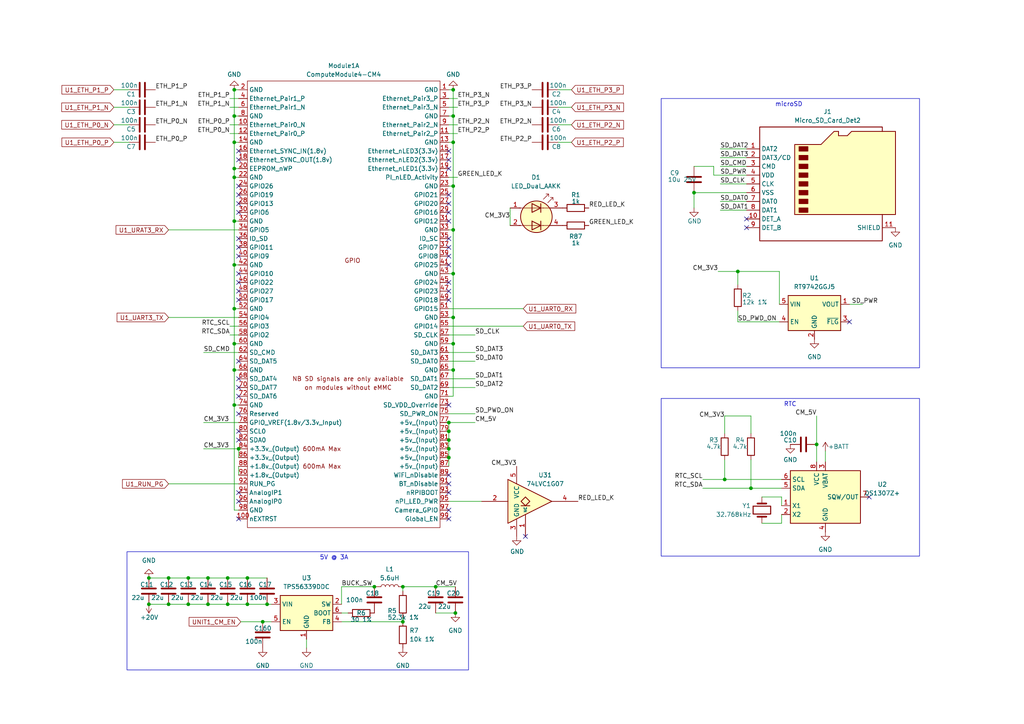
<source format=kicad_sch>
(kicad_sch (version 20231120) (generator "eeschema") (generator_version "8.0")
  (paper "A4")
  (junction (at 69.215 130.175))
  (junction (at 60.325 175.26))
  (junction (at 66.04 167.64))
  (junction (at 67.945 107.315))
  (junction (at 130.175 122.555))
  (junction (at 236.855 128.905))
  (junction (at 43.18 175.26))
  (junction (at 67.945 33.655))
  (junction (at 130.175 127.635))
  (junction (at 126.365 170.18))
  (junction (at 54.61 175.26))
  (junction (at 132.08 177.8))
  (junction (at 131.445 107.315))
  (junction (at 201.295 55.88))
  (junction (at 60.325 167.64))
  (junction (at 67.945 64.135))
  (junction (at 108.585 170.18))
  (junction (at 131.445 53.975))
  (junction (at 131.445 66.675))
  (junction (at 131.445 79.375))
  (junction (at 77.47 175.26))
  (junction (at 217.805 141.605))
  (junction (at 67.945 26.035))
  (junction (at 71.755 175.26))
  (junction (at 131.445 99.695))
  (junction (at 130.175 130.175))
  (junction (at 116.84 180.34))
  (junction (at 130.175 125.095))
  (junction (at 67.945 48.895))
  (junction (at 54.61 167.64))
  (junction (at 66.04 175.26))
  (junction (at 67.945 89.535))
  (junction (at 67.945 41.275))
  (junction (at 131.445 41.275))
  (junction (at 213.995 78.74))
  (junction (at 67.945 51.435))
  (junction (at 67.945 99.695))
  (junction (at 48.895 175.26))
  (junction (at 76.2 180.34))
  (junction (at 131.445 33.655))
  (junction (at 116.84 170.18))
  (junction (at 130.175 132.715))
  (junction (at 71.755 167.64))
  (junction (at 131.445 92.075))
  (junction (at 210.185 139.065))
  (junction (at 43.18 167.64))
  (junction (at 67.945 117.475))
  (junction (at 48.895 167.64))
  (junction (at 67.945 76.835))
  (junction (at 131.445 26.035))
  (no_connect (at 252.095 144.145))
  (no_connect (at 69.215 84.455))
  (no_connect (at 130.175 56.515))
  (no_connect (at 69.215 127.635))
  (no_connect (at 69.215 81.915))
  (no_connect (at 130.175 142.875))
  (no_connect (at 69.215 104.775))
  (no_connect (at 130.175 137.795))
  (no_connect (at 130.175 117.475))
  (no_connect (at 69.215 114.935))
  (no_connect (at 246.38 93.345))
  (no_connect (at 69.215 61.595))
  (no_connect (at 69.215 69.215))
  (no_connect (at 152.4 155.575))
  (no_connect (at 130.175 150.495))
  (no_connect (at 130.175 61.595))
  (no_connect (at 69.215 112.395))
  (no_connect (at 130.175 43.815))
  (no_connect (at 69.215 59.055))
  (no_connect (at 130.175 71.755))
  (no_connect (at 69.215 109.855))
  (no_connect (at 130.175 46.355))
  (no_connect (at 69.215 43.815))
  (no_connect (at 130.175 64.135))
  (no_connect (at 130.175 76.835))
  (no_connect (at 130.175 86.995))
  (no_connect (at 130.175 147.955))
  (no_connect (at 69.215 53.975))
  (no_connect (at 69.215 79.375))
  (no_connect (at 130.175 84.455))
  (no_connect (at 69.215 71.755))
  (no_connect (at 69.215 120.015))
  (no_connect (at 69.215 46.355))
  (no_connect (at 69.215 125.095))
  (no_connect (at 130.175 59.055))
  (no_connect (at 130.175 81.915))
  (no_connect (at 216.535 66.04))
  (no_connect (at 69.215 86.995))
  (no_connect (at 130.175 69.215))
  (no_connect (at 69.215 150.495))
  (no_connect (at 69.215 74.295))
  (no_connect (at 69.215 56.515))
  (no_connect (at 69.215 142.875))
  (no_connect (at 130.175 140.335))
  (no_connect (at 216.535 63.5))
  (no_connect (at 130.175 74.295))
  (no_connect (at 130.175 48.895))
  (no_connect (at 69.215 145.415))
  (wire (pts (xy 137.795 104.775) (xy 130.175 104.775)))
  (wire (pts (xy 208.915 60.96) (xy 216.535 60.96)))
  (wire (pts (xy 67.945 76.835) (xy 67.945 89.535)))
  (wire (pts (xy 67.945 51.435) (xy 67.945 64.135)))
  (wire (pts (xy 69.215 130.175) (xy 69.215 132.715)))
  (wire (pts (xy 67.945 117.475) (xy 67.945 147.955)))
  (wire (pts (xy 161.925 36.195) (xy 165.735 36.195)))
  (wire (pts (xy 131.445 79.375) (xy 131.445 66.675)))
  (wire (pts (xy 132.715 36.195) (xy 130.175 36.195)))
  (wire (pts (xy 132.715 38.735) (xy 130.175 38.735)))
  (wire (pts (xy 137.795 120.015) (xy 130.175 120.015)))
  (wire (pts (xy 213.995 78.74) (xy 226.06 78.74)))
  (wire (pts (xy 60.325 175.26) (xy 66.04 175.26)))
  (wire (pts (xy 67.945 89.535) (xy 67.945 99.695)))
  (wire (pts (xy 210.185 139.065) (xy 226.695 139.065)))
  (wire (pts (xy 130.175 127.635) (xy 130.175 130.175)))
  (wire (pts (xy 207.01 48.26) (xy 207.01 50.8)))
  (wire (pts (xy 126.365 170.18) (xy 132.08 170.18)))
  (wire (pts (xy 201.295 48.26) (xy 207.01 48.26)))
  (wire (pts (xy 131.445 114.935) (xy 131.445 107.315)))
  (wire (pts (xy 130.175 132.715) (xy 130.175 135.255)))
  (wire (pts (xy 161.925 31.115) (xy 165.735 31.115)))
  (wire (pts (xy 217.805 120.65) (xy 217.805 125.73)))
  (wire (pts (xy 54.61 167.64) (xy 60.325 167.64)))
  (wire (pts (xy 137.795 112.395) (xy 130.175 112.395)))
  (wire (pts (xy 76.2 180.34) (xy 78.74 180.34)))
  (wire (pts (xy 130.175 51.435) (xy 132.715 51.435)))
  (wire (pts (xy 99.06 170.18) (xy 99.06 175.26)))
  (wire (pts (xy 217.805 141.605) (xy 226.695 141.605)))
  (wire (pts (xy 208.915 43.18) (xy 216.535 43.18)))
  (wire (pts (xy 99.06 170.18) (xy 108.585 170.18)))
  (wire (pts (xy 131.445 99.695) (xy 131.445 92.075)))
  (wire (pts (xy 67.945 76.835) (xy 69.215 76.835)))
  (wire (pts (xy 116.84 170.18) (xy 126.365 170.18)))
  (wire (pts (xy 130.175 114.935) (xy 131.445 114.935)))
  (wire (pts (xy 207.01 50.8) (xy 216.535 50.8)))
  (wire (pts (xy 131.445 26.035) (xy 130.175 26.035)))
  (wire (pts (xy 208.915 53.34) (xy 216.535 53.34)))
  (wire (pts (xy 130.175 107.315) (xy 131.445 107.315)))
  (wire (pts (xy 69.215 89.535) (xy 67.945 89.535)))
  (wire (pts (xy 77.47 175.26) (xy 78.74 175.26)))
  (wire (pts (xy 130.175 89.535) (xy 151.765 89.535)))
  (wire (pts (xy 226.695 149.225) (xy 226.695 151.765)))
  (wire (pts (xy 130.175 145.415) (xy 139.7 145.415)))
  (wire (pts (xy 108.585 170.18) (xy 109.22 170.18)))
  (wire (pts (xy 246.38 88.265) (xy 250.19 88.265)))
  (wire (pts (xy 66.675 94.615) (xy 69.215 94.615)))
  (wire (pts (xy 69.85 180.34) (xy 76.2 180.34)))
  (wire (pts (xy 130.175 33.655) (xy 131.445 33.655)))
  (wire (pts (xy 130.175 53.975) (xy 131.445 53.975)))
  (wire (pts (xy 210.185 120.65) (xy 217.805 120.65)))
  (wire (pts (xy 161.925 26.035) (xy 165.735 26.035)))
  (wire (pts (xy 130.175 122.555) (xy 137.795 122.555)))
  (wire (pts (xy 213.995 90.17) (xy 213.995 93.345)))
  (wire (pts (xy 67.945 107.315) (xy 69.215 107.315)))
  (wire (pts (xy 67.945 48.895) (xy 69.215 48.895)))
  (wire (pts (xy 71.755 175.26) (xy 77.47 175.26)))
  (wire (pts (xy 33.02 41.275) (xy 37.465 41.275)))
  (wire (pts (xy 66.675 38.735) (xy 69.215 38.735)))
  (wire (pts (xy 67.945 64.135) (xy 67.945 76.835)))
  (wire (pts (xy 203.835 141.605) (xy 217.805 141.605)))
  (wire (pts (xy 43.18 167.64) (xy 48.895 167.64)))
  (wire (pts (xy 33.02 31.115) (xy 37.465 31.115)))
  (wire (pts (xy 201.295 55.88) (xy 216.535 55.88)))
  (wire (pts (xy 130.175 99.695) (xy 131.445 99.695)))
  (wire (pts (xy 67.945 117.475) (xy 69.215 117.475)))
  (wire (pts (xy 208.915 58.42) (xy 216.535 58.42)))
  (wire (pts (xy 137.795 109.855) (xy 130.175 109.855)))
  (wire (pts (xy 131.445 92.075) (xy 131.445 79.375)))
  (wire (pts (xy 66.675 97.155) (xy 69.215 97.155)))
  (wire (pts (xy 88.9 187.96) (xy 88.9 185.42)))
  (wire (pts (xy 226.695 151.765) (xy 220.98 151.765)))
  (wire (pts (xy 48.895 140.335) (xy 69.215 140.335)))
  (wire (pts (xy 201.295 60.325) (xy 201.295 55.88)))
  (wire (pts (xy 67.945 147.955) (xy 69.215 147.955)))
  (wire (pts (xy 131.445 66.675) (xy 131.445 53.975)))
  (wire (pts (xy 59.055 102.235) (xy 69.215 102.235)))
  (wire (pts (xy 161.925 41.275) (xy 165.735 41.275)))
  (wire (pts (xy 137.795 102.235) (xy 130.175 102.235)))
  (wire (pts (xy 203.835 139.065) (xy 210.185 139.065)))
  (wire (pts (xy 67.945 99.695) (xy 67.945 107.315)))
  (wire (pts (xy 66.04 167.64) (xy 71.755 167.64)))
  (wire (pts (xy 67.945 33.655) (xy 69.215 33.655)))
  (wire (pts (xy 131.445 107.315) (xy 131.445 99.695)))
  (wire (pts (xy 130.175 92.075) (xy 131.445 92.075)))
  (wire (pts (xy 33.02 36.195) (xy 37.465 36.195)))
  (wire (pts (xy 59.055 130.175) (xy 69.215 130.175)))
  (wire (pts (xy 67.945 33.655) (xy 67.945 41.275)))
  (wire (pts (xy 48.895 167.64) (xy 54.61 167.64)))
  (wire (pts (xy 99.06 180.34) (xy 116.84 180.34)))
  (wire (pts (xy 67.945 48.895) (xy 67.945 51.435)))
  (wire (pts (xy 116.84 171.45) (xy 116.84 170.18)))
  (wire (pts (xy 69.215 135.255) (xy 69.215 137.795)))
  (wire (pts (xy 67.945 26.035) (xy 67.945 33.655)))
  (wire (pts (xy 69.215 41.275) (xy 67.945 41.275)))
  (wire (pts (xy 130.175 125.095) (xy 130.175 127.635)))
  (wire (pts (xy 67.945 51.435) (xy 69.215 51.435)))
  (wire (pts (xy 213.995 78.74) (xy 213.995 82.55)))
  (wire (pts (xy 67.945 64.135) (xy 69.215 64.135)))
  (wire (pts (xy 132.715 28.575) (xy 130.175 28.575)))
  (wire (pts (xy 66.04 175.26) (xy 71.755 175.26)))
  (wire (pts (xy 217.805 133.35) (xy 217.805 141.605)))
  (wire (pts (xy 67.945 99.695) (xy 69.215 99.695)))
  (wire (pts (xy 130.175 66.675) (xy 131.445 66.675)))
  (wire (pts (xy 67.945 107.315) (xy 67.945 117.475)))
  (wire (pts (xy 43.18 175.26) (xy 48.895 175.26)))
  (wire (pts (xy 130.175 41.275) (xy 131.445 41.275)))
  (wire (pts (xy 208.915 45.72) (xy 216.535 45.72)))
  (wire (pts (xy 131.445 33.655) (xy 131.445 26.035)))
  (wire (pts (xy 137.795 97.155) (xy 130.175 97.155)))
  (wire (pts (xy 48.895 92.075) (xy 69.215 92.075)))
  (wire (pts (xy 131.445 41.275) (xy 131.445 33.655)))
  (wire (pts (xy 226.695 144.145) (xy 226.695 146.685)))
  (wire (pts (xy 131.445 53.975) (xy 131.445 41.275)))
  (wire (pts (xy 226.06 78.74) (xy 226.06 88.265)))
  (wire (pts (xy 59.055 122.555) (xy 69.215 122.555)))
  (wire (pts (xy 66.675 31.115) (xy 69.215 31.115)))
  (wire (pts (xy 130.175 79.375) (xy 131.445 79.375)))
  (wire (pts (xy 33.02 26.035) (xy 37.465 26.035)))
  (wire (pts (xy 208.915 48.26) (xy 216.535 48.26)))
  (wire (pts (xy 66.675 36.195) (xy 69.215 36.195)))
  (wire (pts (xy 147.955 60.325) (xy 147.955 65.405)))
  (wire (pts (xy 130.175 122.555) (xy 130.175 125.095)))
  (wire (pts (xy 116.84 180.34) (xy 116.84 179.07)))
  (wire (pts (xy 100.965 177.8) (xy 99.06 177.8)))
  (wire (pts (xy 69.215 26.035) (xy 67.945 26.035)))
  (wire (pts (xy 213.995 93.345) (xy 226.06 93.345)))
  (wire (pts (xy 130.175 130.175) (xy 130.175 132.715)))
  (wire (pts (xy 132.715 31.115) (xy 130.175 31.115)))
  (wire (pts (xy 60.325 167.64) (xy 66.04 167.64)))
  (wire (pts (xy 66.675 28.575) (xy 69.215 28.575)))
  (wire (pts (xy 220.98 144.145) (xy 226.695 144.145)))
  (wire (pts (xy 71.755 167.64) (xy 77.47 167.64)))
  (wire (pts (xy 54.61 175.26) (xy 60.325 175.26)))
  (wire (pts (xy 210.185 125.73) (xy 210.185 120.65)))
  (wire (pts (xy 130.175 94.615) (xy 151.765 94.615)))
  (wire (pts (xy 67.945 41.275) (xy 67.945 48.895)))
  (wire (pts (xy 126.365 177.8) (xy 132.08 177.8)))
  (wire (pts (xy 236.855 128.905) (xy 236.855 133.985)))
  (wire (pts (xy 239.395 130.81) (xy 239.395 133.985)))
  (wire (pts (xy 48.895 175.26) (xy 54.61 175.26)))
  (wire (pts (xy 210.185 133.35) (xy 210.185 139.065)))
  (wire (pts (xy 208.28 78.74) (xy 213.995 78.74)))
  (wire (pts (xy 48.895 66.675) (xy 69.215 66.675)))
  (wire (pts (xy 236.855 120.65) (xy 236.855 128.905)))
  (rectangle (start 191.77 28.575) (end 266.7 106.68))
  (rectangle (start 191.77 115.57) (end 266.7 161.29))
  (rectangle (start 36.83 160.02) (end 135.89 194.31))
  (text "5V @ 3A " (at 92.71 162.56 0) (effects (font (size 1.27 1.27)) (justify left bottom)))
  (text "RTC" (at 227.33 118.11 0) (effects (font (size 1.27 1.27)) (justify left bottom)))
  (text "microSD" (at 224.79 31.115 0) (effects (font (size 1.27 1.27)) (justify left bottom)))
  (label "ETH_P2_P" (at 132.715 38.735 0))
  (label "ETH_P3_P" (at 132.715 31.115 0))
  (label "CM_3V3" (at 208.28 78.74 180))
  (label "ETH_P3_P" (at 154.305 26.035 180))
  (label "CM_5V" (at 126.365 170.18 0))
  (label "CM_3V3" (at 147.955 63.5 180))
  (label "SD_DAT2" (at 208.915 43.18 0))
  (label "CM_5V" (at 236.855 120.65 180))
  (label "SD_PWR" (at 247.015 88.265 0))
  (label "ETH_P0_N" (at 66.675 38.735 180))
  (label "SD_CMD" (at 59.055 102.235 0))
  (label "SD_DAT0" (at 208.915 58.42 0))
  (label "SD_DAT3" (at 137.795 102.235 0))
  (label "RTC_SCL" (at 66.675 94.615 180))
  (label "RTC_SCL" (at 203.835 139.065 180))
  (label "CM_3V3" (at 59.055 122.555 0))
  (label "ETH_P0_P" (at 45.085 41.275 0))
  (label "SD_DAT1" (at 137.795 109.855 0))
  (label "SD_DAT0" (at 137.795 104.775 0))
  (label "SD_PWD_ON" (at 137.795 120.015 0))
  (label "SD_PWD_ON" (at 213.995 93.345 0))
  (label "ETH_P2_P" (at 154.305 41.275 180))
  (label "ETH_P1_N" (at 45.085 31.115 0))
  (label "GREEN_LED_K" (at 132.715 51.435 0))
  (label "ETH_P0_N" (at 45.085 36.195 0))
  (label "RTC_SDA" (at 203.835 141.605 180))
  (label "GREEN_LED_K" (at 170.815 65.405 0))
  (label "RED_LED_K" (at 167.64 145.415 0))
  (label "ETH_P2_N" (at 132.715 36.195 0))
  (label "ETH_P0_P" (at 66.675 36.195 180))
  (label "CM_3V3" (at 59.055 130.175 0))
  (label "RTC_SDA" (at 66.675 97.155 180))
  (label "CM_5V" (at 137.795 122.555 0))
  (label "SD_CMD" (at 208.915 48.26 0))
  (label "ETH_P1_P" (at 66.675 28.575 180))
  (label "ETH_P3_N" (at 132.715 28.575 0))
  (label "SD_DAT1" (at 208.915 60.96 0))
  (label "CM_3V3" (at 210.185 121.285 180))
  (label "ETH_P1_P" (at 45.085 26.035 0))
  (label "SD_DAT2" (at 137.795 112.395 0))
  (label "ETH_P2_N" (at 154.305 36.195 180))
  (label "SD_DAT3" (at 208.915 45.72 0))
  (label "ETH_P3_N" (at 154.305 31.115 180))
  (label "SD_CLK" (at 208.915 53.34 0))
  (label "BUCK_SW" (at 99.06 170.18 0))
  (label "SD_PWR" (at 208.915 50.8 0))
  (label "SD_CLK" (at 137.795 97.155 0))
  (label "RED_LED_K" (at 170.815 60.325 0))
  (label "CM_3V3" (at 149.86 135.255 180))
  (label "ETH_P1_N" (at 66.675 31.115 180))
  (global_label "U1_URAT3_RX" (shape input) (at 48.895 66.675 180) (property "Intersheetrefs" "${INTERSHEET_REFS}" (effects (hide yes))))
  (global_label "U1_ETH_P1_P" (shape input) (at 33.02 26.035 180) (property "Intersheetrefs" "${INTERSHEET_REFS}" (effects (hide yes))))
  (global_label "U1_ETH_P3_N" (shape input) (at 165.735 31.115 0) (property "Intersheetrefs" "${INTERSHEET_REFS}" (effects (hide yes))))
  (global_label "U1_ETH_P2_P" (shape input) (at 165.735 41.275 0) (property "Intersheetrefs" "${INTERSHEET_REFS}" (effects (hide yes))))
  (global_label "UNIT1_CM_EN" (shape input) (at 69.85 180.34 180) (property "Intersheetrefs" "${INTERSHEET_REFS}" (effects (hide yes))))
  (global_label "U1_ETH_P0_N" (shape input) (at 33.02 36.195 180) (property "Intersheetrefs" "${INTERSHEET_REFS}" (effects (hide yes))))
  (global_label "U1_UART0_TX" (shape input) (at 151.765 94.615 0) (property "Intersheetrefs" "${INTERSHEET_REFS}" (effects (hide yes))))
  (global_label "U1_ETH_P0_P" (shape input) (at 33.02 41.275 180) (property "Intersheetrefs" "${INTERSHEET_REFS}" (effects (hide yes))))
  (global_label "U1_ETH_P1_N" (shape input) (at 33.02 31.115 180) (property "Intersheetrefs" "${INTERSHEET_REFS}" (effects (hide yes))))
  (global_label "U1_ETH_P2_N" (shape input) (at 165.735 36.195 0) (property "Intersheetrefs" "${INTERSHEET_REFS}" (effects (hide yes))))
  (global_label "U1_RUN_PG" (shape input) (at 48.895 140.335 180) (property "Intersheetrefs" "${INTERSHEET_REFS}" (effects (hide yes))))
  (global_label "U1_ETH_P3_P" (shape input) (at 165.735 26.035 0) (property "Intersheetrefs" "${INTERSHEET_REFS}" (effects (hide yes))))
  (global_label "U1_UART3_TX" (shape input) (at 48.895 92.075 180) (property "Intersheetrefs" "${INTERSHEET_REFS}" (effects (hide yes))))
  (global_label "U1_UART0_RX" (shape input) (at 151.765 89.535 0) (property "Intersheetrefs" "${INTERSHEET_REFS}" (effects (hide yes))))
  (symbol (lib_id "Device:R") (at 167.005 65.405 270) (unit 1)
    (property "Reference" "R87" (at 167.005 68.58 90))
    (property "Value" "1k" (at 167.005 70.485 90))
    (property "Footprint" "Resistor_SMD:R_0402_1005Metric" (effects (hide yes)))
    (property "Manufacturer" "Uniroyal" (effects (hide yes)))
    (property "MPN" "0402WGF1001TCE" (effects (hide yes)))
    (property "LCSC" "C11702" (effects (hide yes)))
  )
  (symbol (lib_id "Device:C") (at 108.585 173.99 0) (unit 1)
    (property "Reference" "C18" (at 106.045 172.085 0) (effects (justify left)))
    (property "Value" "100n" (at 100.33 173.99 0) (effects (justify left)))
    (property "Footprint" "Capacitor_SMD:C_0402_1005Metric" (effects (hide yes)))
    (property "Manufacturer" "Samsung" (effects (hide yes)))
    (property "MPN" "CL05B104KB54PNC" (effects (hide yes)))
    (property "LCSC" "C307331" (effects (hide yes)))
  )
  (symbol (lib_id "Device:C") (at 60.325 171.45 0) (unit 1)
    (property "Reference" "C14" (at 57.785 169.545 0) (effects (justify left)))
    (property "Value" "22u" (at 55.245 173.355 0) (effects (justify left)))
    (property "Footprint" "Capacitor_SMD:C_0805_2012Metric" (effects (hide yes)))
    (property "Manufacturer" "Samsung" (effects (hide yes)))
    (property "MPN" "CL21A226MAQNNNE" (effects (hide yes)))
    (property "LCSC" "C45783" (effects (hide yes)))
  )
  (symbol (lib_id "Device:C") (at 41.275 36.195 90) (unit 1)
    (property "Reference" "C5" (at 39.37 37.465 90) (effects (justify left)))
    (property "Value" "100n" (at 40.005 34.925 90) (effects (justify left)))
    (property "Footprint" "Capacitor_SMD:C_0402_1005Metric" (effects (hide yes)))
    (property "Manufacturer" "Samsung" (effects (hide yes)))
    (property "MPN" "CL05B104KB54PNC" (effects (hide yes)))
    (property "LCSC" "C307331" (effects (hide yes)))
  )
  (symbol (lib_id "power:GND") (at 236.22 98.425 0) (unit 1)
    (property "Reference" "#PWR05" (effects (hide yes)))
    (property "Value" "GND" (at 236.22 103.505 0))
  )
  (symbol (lib_id "Device:C") (at 201.295 52.07 0) (unit 1)
    (property "Reference" "C9" (at 194.31 50.165 0) (effects (justify left)))
    (property "Value" "10u 25V" (at 193.675 52.07 0) (effects (justify left)))
    (property "Footprint" "Capacitor_SMD:C_0603_1608Metric" (effects (hide yes)))
    (property "Manufacturer" "Samsung" (effects (hide yes)))
    (property "MPN" "CL10A106MA8NRNC" (effects (hide yes)))
    (property "LCSC" "C96446" (effects (hide yes)))
  )
  (symbol (lib_id "Device:C") (at 77.47 171.45 0) (unit 1)
    (property "Reference" "C17" (at 74.93 169.545 0) (effects (justify left)))
    (property "Value" "100n" (at 72.39 173.355 0) (effects (justify left)))
    (property "Footprint" "Capacitor_SMD:C_0402_1005Metric" (effects (hide yes)))
    (property "Manufacturer" "Samsung" (effects (hide yes)))
    (property "MPN" "CL05B104KB54PNC" (effects (hide yes)))
    (property "LCSC" "C307331" (effects (hide yes)))
  )
  (symbol (lib_id "Device:R") (at 116.84 184.15 0) (unit 1)
    (property "Reference" "R7" (at 118.745 182.88 0) (effects (justify left)))
    (property "Value" "10k 1%" (at 118.745 185.42 0) (effects (justify left)))
    (property "Footprint" "Resistor_SMD:R_0402_1005Metric" (effects (hide yes)))
    (property "Manufacturer" "Uniroyal" (effects (hide yes)))
    (property "MPN" "0402WGF1002TCE" (effects (hide yes)))
    (property "LCSC" "C25744" (effects (hide yes)))
  )
  (symbol (lib_id "Timer_RTC:DS1307Z+") (at 239.395 144.145 0) (unit 1)
    (property "Reference" "U2" (at 255.905 140.4971 0))
    (property "Value" "DS1307Z+" (at 255.905 143.0371 0))
    (property "Footprint" "Package_SO:SOIC-8_3.9x4.9mm_P1.27mm" (effects (hide yes)))
    (property "Datasheet" "https://datasheets.maximintegrated.com/en/ds/DS1307.pdf" (effects (hide yes)))
    (property "LCSC" "C5145428" (effects (hide yes)))
    (property "MPN" "DS1307IDRG" (effects (hide yes)))
    (property "Manufacturer" "HANSCHIP" (effects (hide yes)))
  )
  (symbol (lib_id "Device:Crystal") (at 220.98 147.955 90) (unit 1)
    (property "Reference" "Y1" (at 215.265 146.685 90) (effects (justify right)))
    (property "Value" "32.768kHz" (at 207.645 149.225 90) (effects (justify right)))
    (property "Footprint" "Crystal:Crystal_SMD_3215-2Pin_3.2x1.5mm" (effects (hide yes)))
    (property "Manufacturer" "Seiko Epson" (effects (hide yes)))
    (property "MPN" "Q13FC13500004" (effects (hide yes)))
    (property "LCSC" "C32346" (effects (hide yes)))
  )
  (symbol (lib_id "Device:C") (at 132.08 173.99 0) (unit 1)
    (property "Reference" "C20" (at 129.54 172.085 0) (effects (justify left)))
    (property "Value" "22u" (at 127 175.895 0) (effects (justify left)))
    (property "Footprint" "Capacitor_SMD:C_0805_2012Metric" (effects (hide yes)))
    (property "Manufacturer" "Samsung" (effects (hide yes)))
    (property "MPN" "CL21A226MAQNNNE" (effects (hide yes)))
    (property "LCSC" "C45783" (effects (hide yes)))
  )
  (symbol (lib_id "power:GND") (at 67.945 26.035 180) (unit 1)
    (property "Reference" "#PWR01" (effects (hide yes)))
    (property "Value" "GND" (at 67.945 21.59 0))
  )
  (symbol (lib_id "Device:C") (at 41.275 26.035 90) (unit 1)
    (property "Reference" "C1" (at 39.37 27.305 90) (effects (justify left)))
    (property "Value" "100n" (at 40.005 24.765 90) (effects (justify left)))
    (property "Footprint" "Capacitor_SMD:C_0402_1005Metric" (effects (hide yes)))
    (property "Manufacturer" "Samsung" (effects (hide yes)))
    (property "MPN" "CL05B104KB54PNC" (effects (hide yes)))
    (property "LCSC" "C307331" (effects (hide yes)))
  )
  (symbol (lib_id "Device:C") (at 158.115 36.195 270) (mirror x) (unit 1)
    (property "Reference" "C6" (at 160.02 37.465 90) (effects (justify left)))
    (property "Value" "100n" (at 159.385 34.925 90) (effects (justify left)))
    (property "Footprint" "Capacitor_SMD:C_0402_1005Metric" (effects (hide yes)))
    (property "Manufacturer" "Samsung" (effects (hide yes)))
    (property "MPN" "CL05B104KB54PNC" (effects (hide yes)))
    (property "LCSC" "C307331" (effects (hide yes)))
  )
  (symbol (lib_id "power:GND") (at 116.84 187.96 0) (unit 1)
    (property "Reference" "#PWR013" (effects (hide yes)))
    (property "Value" "GND" (at 116.84 193.04 0))
  )
  (symbol (lib_id "power:GND") (at 131.445 26.035 180) (unit 1)
    (property "Reference" "#PWR02" (effects (hide yes)))
    (property "Value" "GND" (at 131.445 21.59 0))
  )
  (symbol (lib_id "power:GND") (at 88.9 187.96 0) (unit 1)
    (property "Reference" "#PWR012" (effects (hide yes)))
    (property "Value" "GND" (at 88.9 193.04 0))
  )
  (symbol (lib_id "power:+BATT") (at 239.395 130.81 0) (unit 1)
    (property "Reference" "#PWR07" (effects (hide yes)))
    (property "Value" "+BATT" (at 243.205 129.54 0))
  )
  (symbol (lib_id "Device:R") (at 213.995 86.36 0) (unit 1)
    (property "Reference" "R2" (at 215.265 85.725 0) (effects (justify left)))
    (property "Value" "12k 1%" (at 215.265 87.63 0) (effects (justify left)))
    (property "Footprint" "Resistor_SMD:R_0402_1005Metric" (effects (hide yes)))
    (property "Manufacturer" "Uniroyal" (effects (hide yes)))
    (property "MPN" "0402WGF1202TCE" (effects (hide yes)))
    (property "LCSC" "C25752" (effects (hide yes)))
  )
  (symbol (lib_id "power:GND") (at 229.235 128.905 0) (unit 1)
    (property "Reference" "#PWR06" (effects (hide yes)))
    (property "Value" "GND" (at 229.235 133.35 0))
  )
  (symbol (lib_id "Device:C") (at 158.115 31.115 270) (mirror x) (unit 1)
    (property "Reference" "C4" (at 160.02 32.385 90) (effects (justify left)))
    (property "Value" "100n" (at 159.385 29.845 90) (effects (justify left)))
    (property "Footprint" "Capacitor_SMD:C_0402_1005Metric" (effects (hide yes)))
    (property "Manufacturer" "Samsung" (effects (hide yes)))
    (property "MPN" "CL05B104KB54PNC" (effects (hide yes)))
    (property "LCSC" "C307331" (effects (hide yes)))
  )
  (symbol (lib_id "Magi:ComputeModule4-CM4") (at 102.235 81.915 0) (unit 1)
    (property "Reference" "Module1" (at 99.695 19.05 0))
    (property "Value" "ComputeModule4-CM4" (at 99.695 21.59 0))
    (property "Footprint" "Magi:Raspberry-Pi-4-Compute-Module" (effects (hide yes)))
    (property "Field4" "Hirose" (effects (hide yes)))
    (property "Field5" "2x DF40C-100DS-0.4V" (effects (hide yes)))
  )
  (symbol (lib_id "Device:C") (at 233.045 128.905 90) (unit 1)
    (property "Reference" "C10" (at 231.14 127.635 90) (effects (justify left)))
    (property "Value" "100n" (at 231.14 125.73 90) (effects (justify left)))
    (property "Footprint" "Capacitor_SMD:C_0402_1005Metric" (effects (hide yes)))
    (property "Manufacturer" "Samsung" (effects (hide yes)))
    (property "MPN" "CL05B104KB54PNC" (effects (hide yes)))
    (property "LCSC" "C307331" (effects (hide yes)))
  )
  (symbol (lib_id "power:GND") (at 259.715 66.04 0) (unit 1)
    (property "Reference" "#PWR04" (effects (hide yes)))
    (property "Value" "GND" (at 259.715 71.12 0))
  )
  (symbol (lib_id "Device:R") (at 217.805 129.54 180) (unit 1)
    (property "Reference" "R4" (at 214.63 127.635 0))
    (property "Value" "4.7k" (at 214.63 129.54 0))
    (property "Footprint" "Resistor_SMD:R_0402_1005Metric" (effects (hide yes)))
    (property "Manufacturer" "Uniroyal" (effects (hide yes)))
    (property "MPN" "0402WGF4701TCE" (effects (hide yes)))
    (property "LCSC" "C25900" (effects (hide yes)))
  )
  (symbol (lib_id "Device:R") (at 116.84 175.26 0) (unit 1)
    (property "Reference" "R5" (at 112.395 177.165 0) (effects (justify left)))
    (property "Value" "52.3k 1%" (at 112.395 179.07 0) (effects (justify left)))
    (property "Footprint" "Resistor_SMD:R_0402_1005Metric" (effects (hide yes)))
    (property "Manufacturer" "PANASONIC" (effects (hide yes)))
    (property "MPN" "ERJ2RKF5232X" (effects (hide yes)))
    (property "LCSC" "C416557" (effects (hide yes)))
  )
  (symbol (lib_id "power:GND") (at 239.395 154.305 0) (unit 1)
    (property "Reference" "#PWR08" (effects (hide yes)))
    (property "Value" "GND" (at 239.395 159.385 0))
  )
  (symbol (lib_id "power:GND") (at 76.2 187.96 0) (unit 1)
    (property "Reference" "#PWR0135" (effects (hide yes)))
    (property "Value" "GND" (at 76.2 193.04 0))
  )
  (symbol (lib_id "Device:C") (at 54.61 171.45 0) (unit 1)
    (property "Reference" "C13" (at 52.07 169.545 0) (effects (justify left)))
    (property "Value" "22u" (at 49.53 173.355 0) (effects (justify left)))
    (property "Footprint" "Capacitor_SMD:C_0805_2012Metric" (effects (hide yes)))
    (property "Manufacturer" "Samsung" (effects (hide yes)))
    (property "MPN" "CL21A226MAQNNNE" (effects (hide yes)))
    (property "LCSC" "C45783" (effects (hide yes)))
  )
  (symbol (lib_id "Device:C") (at 158.115 41.275 270) (mirror x) (unit 1)
    (property "Reference" "C8" (at 160.02 42.545 90) (effects (justify left)))
    (property "Value" "100n" (at 159.385 40.005 90) (effects (justify left)))
    (property "Footprint" "Capacitor_SMD:C_0402_1005Metric" (effects (hide yes)))
    (property "Manufacturer" "Samsung" (effects (hide yes)))
    (property "MPN" "CL05B104KB54PNC" (effects (hide yes)))
    (property "LCSC" "C307331" (effects (hide yes)))
  )
  (symbol (lib_id "Device:C") (at 76.2 184.15 0) (unit 1)
    (property "Reference" "C160" (at 73.66 182.245 0) (effects (justify left)))
    (property "Value" "100n" (at 71.12 186.055 0) (effects (justify left)))
    (property "Footprint" "Capacitor_SMD:C_0402_1005Metric" (effects (hide yes)))
    (property "Manufacturer" "Samsung" (effects (hide yes)))
    (property "MPN" "CL05B104KB54PNC" (effects (hide yes)))
    (property "LCSC" "C307331" (effects (hide yes)))
  )
  (symbol (lib_id "Device:R") (at 210.185 129.54 180) (unit 1)
    (property "Reference" "R3" (at 207.01 127.635 0))
    (property "Value" "4.7k" (at 207.01 129.54 0))
    (property "Footprint" "Resistor_SMD:R_0402_1005Metric" (effects (hide yes)))
    (property "Manufacturer" "Uniroyal" (effects (hide yes)))
    (property "MPN" "0402WGF4701TCE" (effects (hide yes)))
    (property "LCSC" "C25900" (effects (hide yes)))
  )
  (symbol (lib_id "Device:R") (at 167.005 60.325 270) (unit 1)
    (property "Reference" "R1" (at 167.005 56.515 90))
    (property "Value" "1k" (at 167.005 58.42 90))
    (property "Footprint" "Resistor_SMD:R_0402_1005Metric" (effects (hide yes)))
    (property "Manufacturer" "Uniroyal" (effects (hide yes)))
    (property "MPN" "0402WGF1001TCE" (effects (hide yes)))
    (property "LCSC" "C11702" (effects (hide yes)))
  )
  (symbol (lib_id "power:GND") (at 43.18 167.64 180) (unit 1)
    (property "Reference" "#PWR09" (effects (hide yes)))
    (property "Value" "GND" (at 43.18 162.56 0))
  )
  (symbol (lib_id "power:GND") (at 201.295 60.325 0) (unit 1)
    (property "Reference" "#PWR03" (effects (hide yes)))
    (property "Value" "GND" (at 199.39 64.135 0) (effects (justify left)))
  )
  (symbol (lib_id "74xGxx:74LVC1G07") (at 154.94 145.415 0) (unit 1)
    (property "Reference" "U31" (at 158.115 137.795 0))
    (property "Value" "74LVC1G07" (at 158.115 140.335 0))
    (property "Footprint" "Package_TO_SOT_SMD:SOT-353_SC-70-5" (effects (hide yes)))
    (property "Datasheet" "https://www.ti.com/lit/ds/symlink/sn74lvc1g07.pdf" (effects (hide yes)))
    (property "LCSC" "C7830" (effects (hide yes)))
    (property "MPN" "SN74LVC1G07DCKR" (effects (hide yes)))
    (property "Manufacturer" "Texas Instruments" (effects (hide yes)))
  )
  (symbol (lib_id "Device:R") (at 104.775 177.8 90) (unit 1)
    (property "Reference" "R6" (at 104.775 177.8 90))
    (property "Value" "30 1%" (at 104.775 179.705 90))
    (property "Footprint" "Resistor_SMD:R_0402_1005Metric" (effects (hide yes)))
    (property "Manufacturer" "RALEC" (effects (hide yes)))
    (property "MPN" "RTT0230R0FTH" (effects (hide yes)))
    (property "LCSC" "C159039" (effects (hide yes)))
  )
  (symbol (lib_id "Device:L") (at 113.03 170.18 90) (unit 1)
    (property "Reference" "L1" (at 113.03 165.1 90))
    (property "Value" "5.6uH" (at 113.03 167.64 90))
    (property "Footprint" "Inductor_SMD:L_Sunlord_MWSA0603S" (effects (hide yes)))
    (property "Manufacturer" "Sunlord" (effects (hide yes)))
    (property "MPN" "MWSA0603S-5R6MT" (effects (hide yes)))
    (property "LCSC" "C408448" (effects (hide yes)))
  )
  (symbol (lib_id "Device:C") (at 48.895 171.45 0) (unit 1)
    (property "Reference" "C12" (at 46.355 169.545 0) (effects (justify left)))
    (property "Value" "22u" (at 43.815 173.355 0) (effects (justify left)))
    (property "Footprint" "Capacitor_SMD:C_0805_2012Metric" (effects (hide yes)))
    (property "Manufacturer" "Samsung" (effects (hide yes)))
    (property "MPN" "CL21A226MAQNNNE" (effects (hide yes)))
    (property "LCSC" "C45783" (effects (hide yes)))
  )
  (symbol (lib_id "power:GND") (at 149.86 155.575 0) (unit 1)
    (property "Reference" "#PWR0134" (effects (hide yes)))
    (property "Value" "GND" (at 149.987 159.9692 0))
  )
  (symbol (lib_id "Device:C") (at 43.18 171.45 0) (unit 1)
    (property "Reference" "C11" (at 40.64 169.545 0) (effects (justify left)))
    (property "Value" "22u" (at 38.1 173.355 0) (effects (justify left)))
    (property "Footprint" "Capacitor_SMD:C_0805_2012Metric" (effects (hide yes)))
    (property "Manufacturer" "Samsung" (effects (hide yes)))
    (property "MPN" "CL21A226MAQNNNE" (effects (hide yes)))
    (property "LCSC" "C45783" (effects (hide yes)))
  )
  (symbol (lib_id "Connector:Micro_SD_Card_Det2") (at 239.395 53.34 0) (unit 1)
    (property "Reference" "J1" (at 240.03 32.385 0))
    (property "Value" "Micro_SD_Card_Det2" (at 240.03 34.925 0))
    (property "Footprint" "Magi:TF-SMD_503398-1892" (effects (hide yes)))
    (property "Datasheet" "https://www.hirose.com/en/product/document?clcode=&productname=&series=DM3&documenttype=Catalog&lang=en&documentid=D49662_en" (effects (hide yes)))
    (property "Manufacturer" "XUNPU" (effects (hide yes)))
    (property "MPN" "TF-108-ARP10" (effects (hide yes)))
    (property "LCSC" "C5174683" (effects (hide yes)))
  )
  (symbol (lib_id "Device:LED_Dual_AAKK") (at 155.575 62.865 0) (unit 1)
    (property "Reference" "D1" (at 155.448 51.435 0))
    (property "Value" "LED_Dual_AAKK" (at 155.448 53.975 0))
    (property "Footprint" "Magi:LED-ARRAY-SMD_4P-L3.0-W1.5-L-FD" (effects (hide yes)))
    (property "LCSC" "C473813" (effects (hide yes)))
    (property "MPN" "MHS110URGCT" (effects (hide yes)))
    (property "Manufacturer" "MEIHUA" (effects (hide yes)))
  )
  (symbol (lib_id "Power_Management:RT9742AGJ5F") (at 236.22 90.805 0) (unit 1)
    (property "Reference" "U1" (at 236.22 80.645 0))
    (property "Value" "RT9742GGJ5" (at 236.22 83.185 0))
    (property "Footprint" "Package_TO_SOT_SMD:TSOT-23-5" (effects (hide yes)))
    (property "Datasheet" "https://www.richtek.com/assets/product_file/RT9742/DS9742-10.pdf" (effects (hide yes)))
    (property "Manufacturer" "Richtek" (effects (hide yes)))
    (property "MPN" "RT9742GGJ5" (effects (hide yes)))
    (property "LCSC" "C250547" (effects (hide yes)))
  )
  (symbol (lib_id "Device:C") (at 41.275 41.275 90) (unit 1)
    (property "Reference" "C7" (at 39.37 42.545 90) (effects (justify left)))
    (property "Value" "100n" (at 40.005 40.005 90) (effects (justify left)))
    (property "Footprint" "Capacitor_SMD:C_0402_1005Metric" (effects (hide yes)))
    (property "Manufacturer" "Samsung" (effects (hide yes)))
    (property "MPN" "CL05B104KB54PNC" (effects (hide yes)))
    (property "LCSC" "C307331" (effects (hide yes)))
  )
  (symbol (lib_id "Regulator_Switching:TPS56339DDC") (at 88.9 177.8 0) (unit 1)
    (property "Reference" "U3" (at 88.9 167.64 0))
    (property "Value" "TPS56339DDC" (at 88.9 170.18 0))
    (property "Footprint" "Package_TO_SOT_SMD:SOT-23-6" (effects (hide yes)))
    (property "Datasheet" "https://www.ti.com/lit/ds/symlink/tps56339.pdf" (effects (hide yes)))
    (property "Manufacturer" "Texas Instruments" (effects (hide yes)))
    (property "MPN" "TPS56339DDCR" (effects (hide yes)))
    (property "LCSC" "C2071106" (effects (hide yes)))
  )
  (symbol (lib_id "Device:C") (at 66.04 171.45 0) (unit 1)
    (property "Reference" "C15" (at 63.5 169.545 0) (effects (justify left)))
    (property "Value" "22u" (at 60.96 173.355 0) (effects (justify left)))
    (property "Footprint" "Capacitor_SMD:C_0805_2012Metric" (effects (hide yes)))
    (property "Manufacturer" "Samsung" (effects (hide yes)))
    (property "MPN" "CL21A226MAQNNNE" (effects (hide yes)))
    (property "LCSC" "C45783" (effects (hide yes)))
  )
  (symbol (lib_id "power:GND") (at 132.08 177.8 0) (unit 1)
    (property "Reference" "#PWR011" (effects (hide yes)))
    (property "Value" "GND" (at 132.08 182.88 0))
  )
  (symbol (lib_id "Device:C") (at 41.275 31.115 90) (unit 1)
    (property "Reference" "C3" (at 39.37 32.385 90) (effects (justify left)))
    (property "Value" "100n" (at 40.005 29.845 90) (effects (justify left)))
    (property "Footprint" "Capacitor_SMD:C_0402_1005Metric" (effects (hide yes)))
    (property "Manufacturer" "Samsung" (effects (hide yes)))
    (property "MPN" "CL05B104KB54PNC" (effects (hide yes)))
    (property "LCSC" "C307331" (effects (hide yes)))
  )
  (symbol (lib_id "Device:C") (at 158.115 26.035 270) (mirror x) (unit 1)
    (property "Reference" "C2" (at 160.02 27.305 90) (effects (justify left)))
    (property "Value" "100n" (at 159.385 24.765 90) (effects (justify left)))
    (property "Footprint" "Capacitor_SMD:C_0402_1005Metric" (effects (hide yes)))
    (property "Manufacturer" "Samsung" (effects (hide yes)))
    (property "MPN" "CL05B104KB54PNC" (effects (hide yes)))
    (property "LCSC" "C307331" (effects (hide yes)))
  )
  (symbol (lib_id "Device:C") (at 126.365 173.99 0) (unit 1)
    (property "Reference" "C19" (at 123.825 172.085 0) (effects (justify left)))
    (property "Value" "22u" (at 121.285 175.895 0) (effects (justify left)))
    (property "Footprint" "Capacitor_SMD:C_0805_2012Metric" (effects (hide yes)))
    (property "Manufacturer" "Samsung" (effects (hide yes)))
    (property "MPN" "CL21A226MAQNNNE" (effects (hide yes)))
    (property "LCSC" "C45783" (effects (hide yes)))
  )
  (symbol (lib_id "Magi:+20V") (at 43.18 175.26 180) (unit 1)
    (property "Reference" "#PWR010" (effects (hide yes)))
    (property "Value" "+20V" (at 40.64 179.07 0) (effects (justify right)))
  )
  (symbol (lib_id "Device:C") (at 71.755 171.45 0) (unit 1)
    (property "Reference" "C16" (at 69.215 169.545 0) (effects (justify left)))
    (property "Value" "22u" (at 66.675 173.355 0) (effects (justify left)))
    (property "Footprint" "Capacitor_SMD:C_0805_2012Metric" (effects (hide yes)))
    (property "Manufacturer" "Samsung" (effects (hide yes)))
    (property "MPN" "CL21A226MAQNNNE" (effects (hide yes)))
    (property "LCSC" "C45783" (effects (hide yes)))
  )
)
</source>
